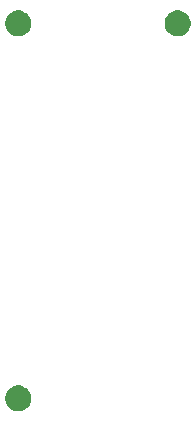
<source format=gbs>
G04 #@! TF.GenerationSoftware,KiCad,Pcbnew,(5.1.5)-3*
G04 #@! TF.CreationDate,2021-03-06T01:37:59+09:00*
G04 #@! TF.ProjectId,Setta21_Top,53657474-6132-4315-9f54-6f702e6b6963,rev?*
G04 #@! TF.SameCoordinates,Original*
G04 #@! TF.FileFunction,Soldermask,Bot*
G04 #@! TF.FilePolarity,Negative*
%FSLAX46Y46*%
G04 Gerber Fmt 4.6, Leading zero omitted, Abs format (unit mm)*
G04 Created by KiCad (PCBNEW (5.1.5)-3) date 2021-03-06 01:37:59*
%MOMM*%
%LPD*%
G04 APERTURE LIST*
%ADD10C,0.100000*%
G04 APERTURE END LIST*
D10*
G36*
X176320857Y-91692272D02*
G01*
X176521043Y-91775192D01*
X176521045Y-91775193D01*
X176611738Y-91835792D01*
X176701208Y-91895574D01*
X176854426Y-92048792D01*
X176974808Y-92228957D01*
X177057728Y-92429143D01*
X177100000Y-92641658D01*
X177100000Y-92858342D01*
X177057728Y-93070857D01*
X176974808Y-93271043D01*
X176974807Y-93271045D01*
X176854425Y-93451209D01*
X176701209Y-93604425D01*
X176521045Y-93724807D01*
X176521044Y-93724808D01*
X176521043Y-93724808D01*
X176320857Y-93807728D01*
X176108342Y-93850000D01*
X175891658Y-93850000D01*
X175679143Y-93807728D01*
X175478957Y-93724808D01*
X175478956Y-93724808D01*
X175478955Y-93724807D01*
X175298791Y-93604425D01*
X175145575Y-93451209D01*
X175025193Y-93271045D01*
X175025192Y-93271043D01*
X174942272Y-93070857D01*
X174900000Y-92858342D01*
X174900000Y-92641658D01*
X174942272Y-92429143D01*
X175025192Y-92228957D01*
X175145574Y-92048792D01*
X175298792Y-91895574D01*
X175388262Y-91835792D01*
X175478955Y-91775193D01*
X175478957Y-91775192D01*
X175679143Y-91692272D01*
X175891658Y-91650000D01*
X176108342Y-91650000D01*
X176320857Y-91692272D01*
G37*
G36*
X189820857Y-59942272D02*
G01*
X190021043Y-60025192D01*
X190021045Y-60025193D01*
X190111738Y-60085792D01*
X190201208Y-60145574D01*
X190354426Y-60298792D01*
X190474808Y-60478957D01*
X190557728Y-60679143D01*
X190600000Y-60891658D01*
X190600000Y-61108342D01*
X190557728Y-61320857D01*
X190474808Y-61521043D01*
X190474807Y-61521045D01*
X190354425Y-61701209D01*
X190201209Y-61854425D01*
X190021045Y-61974807D01*
X190021044Y-61974808D01*
X190021043Y-61974808D01*
X189820857Y-62057728D01*
X189608342Y-62100000D01*
X189391658Y-62100000D01*
X189179143Y-62057728D01*
X188978957Y-61974808D01*
X188978956Y-61974808D01*
X188978955Y-61974807D01*
X188798791Y-61854425D01*
X188645575Y-61701209D01*
X188525193Y-61521045D01*
X188525192Y-61521043D01*
X188442272Y-61320857D01*
X188400000Y-61108342D01*
X188400000Y-60891658D01*
X188442272Y-60679143D01*
X188525192Y-60478957D01*
X188645574Y-60298792D01*
X188798792Y-60145574D01*
X188888262Y-60085792D01*
X188978955Y-60025193D01*
X188978957Y-60025192D01*
X189179143Y-59942272D01*
X189391658Y-59900000D01*
X189608342Y-59900000D01*
X189820857Y-59942272D01*
G37*
G36*
X176320857Y-59942272D02*
G01*
X176521043Y-60025192D01*
X176521045Y-60025193D01*
X176611738Y-60085792D01*
X176701208Y-60145574D01*
X176854426Y-60298792D01*
X176974808Y-60478957D01*
X177057728Y-60679143D01*
X177100000Y-60891658D01*
X177100000Y-61108342D01*
X177057728Y-61320857D01*
X176974808Y-61521043D01*
X176974807Y-61521045D01*
X176854425Y-61701209D01*
X176701209Y-61854425D01*
X176521045Y-61974807D01*
X176521044Y-61974808D01*
X176521043Y-61974808D01*
X176320857Y-62057728D01*
X176108342Y-62100000D01*
X175891658Y-62100000D01*
X175679143Y-62057728D01*
X175478957Y-61974808D01*
X175478956Y-61974808D01*
X175478955Y-61974807D01*
X175298791Y-61854425D01*
X175145575Y-61701209D01*
X175025193Y-61521045D01*
X175025192Y-61521043D01*
X174942272Y-61320857D01*
X174900000Y-61108342D01*
X174900000Y-60891658D01*
X174942272Y-60679143D01*
X175025192Y-60478957D01*
X175145574Y-60298792D01*
X175298792Y-60145574D01*
X175388262Y-60085792D01*
X175478955Y-60025193D01*
X175478957Y-60025192D01*
X175679143Y-59942272D01*
X175891658Y-59900000D01*
X176108342Y-59900000D01*
X176320857Y-59942272D01*
G37*
M02*

</source>
